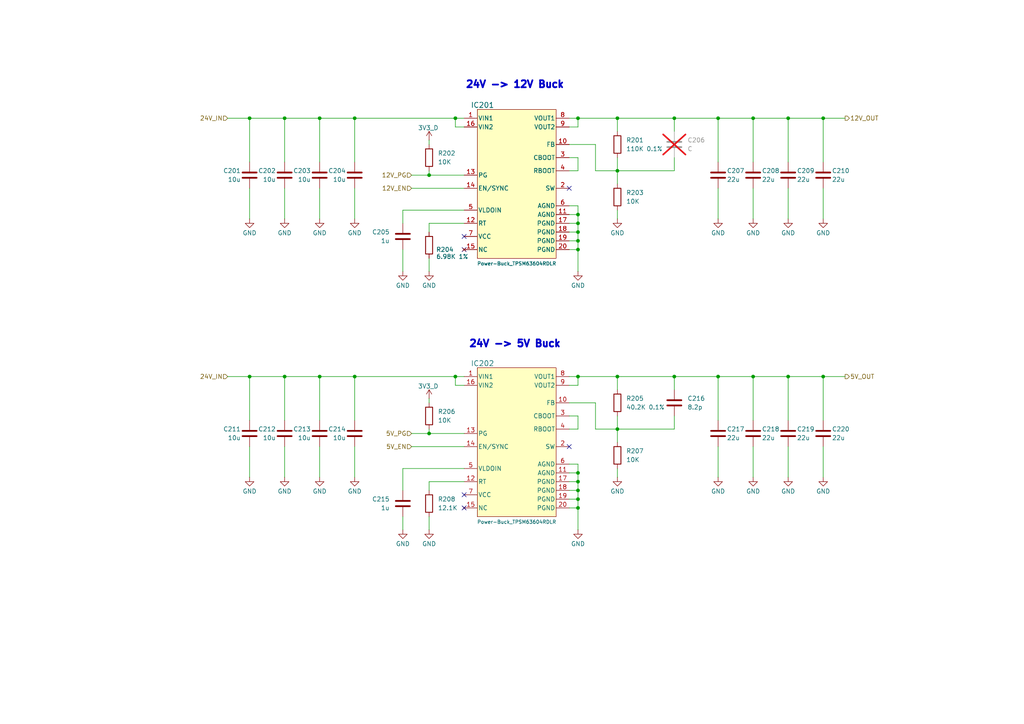
<source format=kicad_sch>
(kicad_sch (version 20231120) (generator "eeschema") (generator_version "8.0")
  (paper "A4")
  (title_block (title "RFE") (date "2024-06-01") (rev "A1") (company "LibreCellular Project - https://librecellular.org/") (comment 1 "Drawn: OK") (comment 2 "Checked: x"))
  (lib_symbols
    (symbol "Device:C" (pin_numbers hide) (pin_names (offset 0.254))
      (property "Reference" "C" (at 0.635 2.54 0))
      (property "Value" "C" (at 0.635 -2.54 0))
      (symbol "C_0_1"
        (polyline (pts (xy -2.032 -0.762) (xy 2.032 -0.762)) (stroke (width 0.508)))
        (polyline (pts (xy -2.032 0.762) (xy 2.032 0.762)) (stroke (width 0.508)))
      )
      (symbol "C_1_1"
        (pin passive line (at 0 3.81 270) (length 2.794) (name "~") (number "1"))
        (pin passive line (at 0 -3.81 90) (length 2.794) (name "~") (number "2"))
      )
    )
    (symbol "Device:R" (pin_numbers hide) (pin_names (offset 0))
      (property "Reference" "R" (at 2.032 0 90))
      (property "Value" "R" (at 0 0 90))
      (symbol "R_0_1"
        (rectangle (start -1.016 -2.54) (end 1.016 2.54) (stroke (width 0.254)))
      )
      (symbol "R_1_1"
        (pin passive line (at 0 3.81 270) (length 1.27) (name "~") (number "1"))
        (pin passive line (at 0 -3.81 90) (length 1.27) (name "~") (number "2"))
      )
    )
    (symbol "LC_RFE:Power-Buck_TPSM63604RDLR" (pin_names (offset 0.254))
      (property "Reference" "IC" (at -10.414 23.622 0))
      (property "Value" "Power-Buck_TPSM63604RDLR" (at -2.032 -23.622 0))
      (symbol "Power-Buck_TPSM63604RDLR_0_1"
        (pin input line (at 15.24 11.43 180) (length 3.81) (name "FB") (number "10"))
        (pin power_out line (at 15.24 -8.89 180) (length 3.81) (name "AGND") (number "11"))
        (pin input line (at -15.24 -11.43 0) (length 3.81) (name "RT") (number "12"))
        (pin output line (at -15.24 2.54 0) (length 3.81) (name "PG") (number "13"))
        (pin input line (at -15.24 -1.27 0) (length 3.81) (name "EN/SYNC") (number "14"))
        (pin no_connect line (at -15.24 -19.05 0) (length 3.81) (name "NC") (number "15"))
        (pin input line (at -15.24 16.51 0) (length 3.81) (name "VIN2") (number "16"))
        (pin power_out line (at 15.24 -11.43 180) (length 3.81) (name "PGND") (number "17"))
        (pin power_out line (at 15.24 -13.97 180) (length 3.81) (name "PGND") (number "18"))
        (pin power_out line (at 15.24 -16.51 180) (length 3.81) (name "PGND") (number "19"))
        (pin output line (at 15.24 -1.27 180) (length 3.81) (name "SW") (number "2"))
        (pin power_out line (at 15.24 -19.05 180) (length 3.81) (name "PGND") (number "20"))
        (pin bidirectional line (at 15.24 7.62 180) (length 3.81) (name "CBOOT") (number "3"))
        (pin bidirectional line (at 15.24 3.81 180) (length 3.81) (name "RBOOT") (number "4"))
        (pin power_in line (at -15.24 -7.62 0) (length 3.81) (name "VLDOIN") (number "5"))
        (pin power_out line (at 15.24 -6.35 180) (length 3.81) (name "AGND") (number "6"))
        (pin power_in line (at -15.24 -15.24 0) (length 3.81) (name "VCC") (number "7"))
        (pin output line (at 15.24 19.05 180) (length 3.81) (name "VOUT1") (number "8"))
        (pin output line (at 15.24 16.51 180) (length 3.81) (name "VOUT2") (number "9"))
      )
      (symbol "Power-Buck_TPSM63604RDLR_1_1"
        (rectangle (start -11.43 21.59) (end 11.43 -21.59) (fill (type background)))
        (pin input line (at -15.24 19.05 0) (length 3.81) (name "VIN1") (number "1"))
      )
    )
    (symbol "power:+3V3" (power) (pin_numbers hide) (pin_names (offset 0) hide)
      (property "Value" "+3V3" (at 0 3.556 0))
      (symbol "+3V3_0_1"
        (polyline (pts (xy -0.762 1.27) (xy 0 2.54)))
        (polyline (pts (xy 0 0) (xy 0 2.54)))
        (polyline (pts (xy 0 2.54) (xy 0.762 1.27)))
      )
      (symbol "+3V3_1_1"
        (pin power_in line (at 0 0 90) (length 0) (name "~") (number "1"))
      )
    )
    (symbol "power:GND" (power) (pin_numbers hide) (pin_names (offset 0) hide)
      (property "Value" "GND" (at 0 -3.81 0))
      (symbol "GND_0_1"
        (polyline (pts (xy 0 0) (xy 0 -1.27) (xy 1.27 -1.27) (xy 0 -2.54) (xy -1.27 -1.27) (xy 0 -1.27)))
      )
      (symbol "GND_1_1"
        (pin power_in line (at 0 0 270) (length 0) (name "~") (number "1"))
      )
    )
  )
  (junction (at 167.64 34.29))
  (junction (at 167.64 109.22))
  (junction (at 167.64 137.16))
  (junction (at 179.07 34.29))
  (junction (at 228.6 34.29))
  (junction (at 124.46 125.73))
  (junction (at 167.64 144.78))
  (junction (at 92.71 34.29))
  (junction (at 208.28 109.22))
  (junction (at 238.76 109.22))
  (junction (at 208.28 34.29))
  (junction (at 132.08 109.22))
  (junction (at 102.87 109.22))
  (junction (at 72.39 109.22))
  (junction (at 167.64 147.32))
  (junction (at 167.64 72.39))
  (junction (at 218.44 34.29))
  (junction (at 92.71 109.22))
  (junction (at 195.58 34.29))
  (junction (at 124.46 50.8))
  (junction (at 167.64 69.85))
  (junction (at 82.55 109.22))
  (junction (at 132.08 34.29))
  (junction (at 167.64 64.77))
  (junction (at 179.07 49.53))
  (junction (at 82.55 34.29))
  (junction (at 228.6 109.22))
  (junction (at 195.58 109.22))
  (junction (at 179.07 124.46))
  (junction (at 102.87 34.29))
  (junction (at 218.44 109.22))
  (junction (at 72.39 34.29))
  (junction (at 167.64 67.31))
  (junction (at 167.64 62.23))
  (junction (at 167.64 142.24))
  (junction (at 179.07 109.22))
  (junction (at 238.76 34.29))
  (junction (at 167.64 139.7))
  (no_connect (at 134.62 143.51))
  (no_connect (at 165.1 54.61))
  (no_connect (at 134.62 72.39))
  (no_connect (at 134.62 68.58))
  (no_connect (at 134.62 147.32))
  (no_connect (at 165.1 129.54))
  (wire (pts (xy 167.64 34.29) (xy 167.64 36.83)))
  (wire (pts (xy 167.64 137.16) (xy 167.64 139.7)))
  (wire (pts (xy 72.39 34.29) (xy 82.55 34.29)))
  (wire (pts (xy 119.38 129.54) (xy 134.62 129.54)))
  (wire (pts (xy 134.62 125.73) (xy 124.46 125.73)))
  (wire (pts (xy 165.1 67.31) (xy 167.64 67.31)))
  (wire (pts (xy 218.44 34.29) (xy 218.44 46.99)))
  (wire (pts (xy 72.39 34.29) (xy 72.39 46.99)))
  (wire (pts (xy 228.6 34.29) (xy 238.76 34.29)))
  (wire (pts (xy 116.84 78.74) (xy 116.84 72.39)))
  (wire (pts (xy 66.04 34.29) (xy 72.39 34.29)))
  (wire (pts (xy 179.07 34.29) (xy 179.07 38.1)))
  (wire (pts (xy 179.07 45.72) (xy 179.07 49.53)))
  (wire (pts (xy 179.07 109.22) (xy 195.58 109.22)))
  (wire (pts (xy 92.71 34.29) (xy 92.71 46.99)))
  (wire (pts (xy 179.07 120.65) (xy 179.07 124.46)))
  (wire (pts (xy 165.1 116.84) (xy 172.72 116.84)))
  (wire (pts (xy 134.62 60.96) (xy 116.84 60.96)))
  (wire (pts (xy 195.58 109.22) (xy 195.58 113.03)))
  (wire (pts (xy 134.62 139.7) (xy 124.46 139.7)))
  (wire (pts (xy 165.1 139.7) (xy 167.64 139.7)))
  (wire (pts (xy 124.46 125.73) (xy 124.46 124.46)))
  (wire (pts (xy 179.07 124.46) (xy 195.58 124.46)))
  (wire (pts (xy 167.64 120.65) (xy 167.64 124.46)))
  (wire (pts (xy 102.87 54.61) (xy 102.87 63.5)))
  (wire (pts (xy 102.87 129.54) (xy 102.87 138.43)))
  (wire (pts (xy 72.39 129.54) (xy 72.39 138.43)))
  (wire (pts (xy 134.62 111.76) (xy 132.08 111.76)))
  (wire (pts (xy 92.71 109.22) (xy 92.71 121.92)))
  (wire (pts (xy 167.64 45.72) (xy 167.64 49.53)))
  (wire (pts (xy 218.44 109.22) (xy 218.44 121.92)))
  (wire (pts (xy 116.84 153.67) (xy 116.84 149.86)))
  (wire (pts (xy 238.76 109.22) (xy 238.76 121.92)))
  (wire (pts (xy 165.1 144.78) (xy 167.64 144.78)))
  (wire (pts (xy 165.1 45.72) (xy 167.64 45.72)))
  (wire (pts (xy 179.07 124.46) (xy 179.07 128.27)))
  (wire (pts (xy 124.46 139.7) (xy 124.46 142.24)))
  (wire (pts (xy 132.08 34.29) (xy 132.08 36.83)))
  (wire (pts (xy 165.1 59.69) (xy 167.64 59.69)))
  (wire (pts (xy 218.44 54.61) (xy 218.44 63.5)))
  (wire (pts (xy 167.64 67.31) (xy 167.64 69.85)))
  (wire (pts (xy 165.1 34.29) (xy 167.64 34.29)))
  (wire (pts (xy 116.84 60.96) (xy 116.84 64.77)))
  (wire (pts (xy 165.1 36.83) (xy 167.64 36.83)))
  (wire (pts (xy 179.07 109.22) (xy 179.07 113.03)))
  (wire (pts (xy 208.28 129.54) (xy 208.28 138.43)))
  (wire (pts (xy 124.46 153.67) (xy 124.46 149.86)))
  (wire (pts (xy 72.39 109.22) (xy 72.39 121.92)))
  (wire (pts (xy 238.76 34.29) (xy 238.76 46.99)))
  (wire (pts (xy 82.55 54.61) (xy 82.55 63.5)))
  (wire (pts (xy 82.55 34.29) (xy 82.55 46.99)))
  (wire (pts (xy 208.28 109.22) (xy 208.28 121.92)))
  (wire (pts (xy 228.6 54.61) (xy 228.6 63.5)))
  (wire (pts (xy 92.71 109.22) (xy 102.87 109.22)))
  (wire (pts (xy 132.08 109.22) (xy 134.62 109.22)))
  (wire (pts (xy 124.46 40.64) (xy 124.46 41.91)))
  (wire (pts (xy 179.07 34.29) (xy 195.58 34.29)))
  (wire (pts (xy 218.44 34.29) (xy 228.6 34.29)))
  (wire (pts (xy 167.64 134.62) (xy 167.64 137.16)))
  (wire (pts (xy 179.07 49.53) (xy 195.58 49.53)))
  (wire (pts (xy 179.07 49.53) (xy 179.07 53.34)))
  (wire (pts (xy 102.87 109.22) (xy 132.08 109.22)))
  (wire (pts (xy 228.6 34.29) (xy 228.6 46.99)))
  (wire (pts (xy 165.1 72.39) (xy 167.64 72.39)))
  (wire (pts (xy 238.76 34.29) (xy 245.11 34.29)))
  (wire (pts (xy 116.84 135.89) (xy 116.84 142.24)))
  (wire (pts (xy 228.6 109.22) (xy 238.76 109.22)))
  (wire (pts (xy 167.64 62.23) (xy 167.64 64.77)))
  (wire (pts (xy 165.1 109.22) (xy 167.64 109.22)))
  (wire (pts (xy 132.08 34.29) (xy 134.62 34.29)))
  (wire (pts (xy 124.46 115.57) (xy 124.46 116.84)))
  (wire (pts (xy 195.58 120.65) (xy 195.58 124.46)))
  (wire (pts (xy 167.64 109.22) (xy 179.07 109.22)))
  (wire (pts (xy 102.87 109.22) (xy 102.87 121.92)))
  (wire (pts (xy 102.87 34.29) (xy 102.87 46.99)))
  (wire (pts (xy 165.1 111.76) (xy 167.64 111.76)))
  (wire (pts (xy 92.71 129.54) (xy 92.71 138.43)))
  (wire (pts (xy 195.58 34.29) (xy 208.28 34.29)))
  (wire (pts (xy 228.6 129.54) (xy 228.6 138.43)))
  (wire (pts (xy 134.62 135.89) (xy 116.84 135.89)))
  (wire (pts (xy 167.64 142.24) (xy 167.64 144.78)))
  (wire (pts (xy 165.1 69.85) (xy 167.64 69.85)))
  (wire (pts (xy 167.64 72.39) (xy 167.64 78.74)))
  (wire (pts (xy 82.55 109.22) (xy 82.55 121.92)))
  (wire (pts (xy 208.28 34.29) (xy 208.28 46.99)))
  (wire (pts (xy 165.1 137.16) (xy 167.64 137.16)))
  (wire (pts (xy 92.71 34.29) (xy 102.87 34.29)))
  (wire (pts (xy 119.38 50.8) (xy 124.46 50.8)))
  (wire (pts (xy 165.1 64.77) (xy 167.64 64.77)))
  (wire (pts (xy 72.39 109.22) (xy 82.55 109.22)))
  (wire (pts (xy 82.55 129.54) (xy 82.55 138.43)))
  (wire (pts (xy 167.64 59.69) (xy 167.64 62.23)))
  (wire (pts (xy 208.28 109.22) (xy 218.44 109.22)))
  (wire (pts (xy 238.76 109.22) (xy 245.11 109.22)))
  (wire (pts (xy 179.07 138.43) (xy 179.07 135.89)))
  (wire (pts (xy 92.71 54.61) (xy 92.71 63.5)))
  (wire (pts (xy 167.64 144.78) (xy 167.64 147.32)))
  (wire (pts (xy 132.08 109.22) (xy 132.08 111.76)))
  (wire (pts (xy 167.64 64.77) (xy 167.64 67.31)))
  (wire (pts (xy 238.76 54.61) (xy 238.76 63.5)))
  (wire (pts (xy 195.58 45.72) (xy 195.58 49.53)))
  (wire (pts (xy 165.1 124.46) (xy 167.64 124.46)))
  (wire (pts (xy 124.46 78.74) (xy 124.46 74.93)))
  (wire (pts (xy 238.76 129.54) (xy 238.76 138.43)))
  (wire (pts (xy 165.1 142.24) (xy 167.64 142.24)))
  (wire (pts (xy 124.46 50.8) (xy 124.46 49.53)))
  (wire (pts (xy 165.1 147.32) (xy 167.64 147.32)))
  (wire (pts (xy 167.64 69.85) (xy 167.64 72.39)))
  (wire (pts (xy 66.04 109.22) (xy 72.39 109.22)))
  (wire (pts (xy 134.62 50.8) (xy 124.46 50.8)))
  (wire (pts (xy 119.38 125.73) (xy 124.46 125.73)))
  (wire (pts (xy 167.64 139.7) (xy 167.64 142.24)))
  (wire (pts (xy 82.55 109.22) (xy 92.71 109.22)))
  (wire (pts (xy 208.28 54.61) (xy 208.28 63.5)))
  (wire (pts (xy 165.1 41.91) (xy 172.72 41.91)))
  (wire (pts (xy 72.39 54.61) (xy 72.39 63.5)))
  (wire (pts (xy 195.58 34.29) (xy 195.58 38.1)))
  (wire (pts (xy 119.38 54.61) (xy 134.62 54.61)))
  (wire (pts (xy 172.72 124.46) (xy 179.07 124.46)))
  (wire (pts (xy 165.1 62.23) (xy 167.64 62.23)))
  (wire (pts (xy 102.87 34.29) (xy 132.08 34.29)))
  (wire (pts (xy 134.62 36.83) (xy 132.08 36.83)))
  (wire (pts (xy 172.72 49.53) (xy 179.07 49.53)))
  (wire (pts (xy 82.55 34.29) (xy 92.71 34.29)))
  (wire (pts (xy 165.1 49.53) (xy 167.64 49.53)))
  (wire (pts (xy 134.62 64.77) (xy 124.46 64.77)))
  (wire (pts (xy 167.64 147.32) (xy 167.64 153.67)))
  (wire (pts (xy 172.72 41.91) (xy 172.72 49.53)))
  (wire (pts (xy 228.6 109.22) (xy 228.6 121.92)))
  (wire (pts (xy 124.46 64.77) (xy 124.46 67.31)))
  (wire (pts (xy 167.64 109.22) (xy 167.64 111.76)))
  (wire (pts (xy 165.1 134.62) (xy 167.64 134.62)))
  (wire (pts (xy 165.1 120.65) (xy 167.64 120.65)))
  (wire (pts (xy 179.07 63.5) (xy 179.07 60.96)))
  (wire (pts (xy 172.72 116.84) (xy 172.72 124.46)))
  (wire (pts (xy 218.44 109.22) (xy 228.6 109.22)))
  (wire (pts (xy 167.64 34.29) (xy 179.07 34.29)))
  (wire (pts (xy 208.28 34.29) (xy 218.44 34.29)))
  (wire (pts (xy 218.44 129.54) (xy 218.44 138.43)))
  (wire (pts (xy 195.58 109.22) (xy 208.28 109.22)))
  (text "24V -> 5V Buck" (at 149.352 99.822 0) (effects (font (size 2.032 2.032) (thickness 1.524) (bold yes))))
  (text "24V -> 12V Buck" (at 149.352 24.638 0) (effects (font (size 2.032 2.032) (thickness 1.524) (bold yes))))
  (hierarchical_label "24V_IN" (shape input) (at 66.04 34.29 180))
  (hierarchical_label "5V_PG" (shape input) (at 119.38 125.73 180))
  (hierarchical_label "12V_OUT" (shape output) (at 245.11 34.29 0))
  (hierarchical_label "5V_EN" (shape input) (at 119.38 129.54 180))
  (hierarchical_label "5V_OUT" (shape output) (at 245.11 109.22 0))
  (hierarchical_label "24V_IN" (shape input) (at 66.04 109.22 180))
  (hierarchical_label "12V_PG" (shape input) (at 119.38 50.8 180))
  (hierarchical_label "12V_EN" (shape input) (at 119.38 54.61 180))
  (symbol (lib_id "power:GND") (at 179.07 138.43 0) (unit 1)
    (property "Reference" "#PWR0219" (effects (hide yes)))
    (property "Value" "GND" (at 179.07 142.494 0))
    (property "Description" "Power symbol creates a global label with name \"GND\" , ground" (effects (hide yes)))
  )
  (symbol (lib_id "LC_RFE:Power-Buck_TPSM63604RDLR") (at 149.86 53.34 0) (unit 1)
    (property "Reference" "IC201" (at 139.954 30.48 0) (effects (font (size 1.524 1.524))))
    (property "Value" "Power-Buck_TPSM63604RDLR" (at 149.86 76.454 0) (effects (font (size 1.016 1.016))))
    (property "Footprint" "LC_RFE:B3QFN-20(5.0x5.5)-RDL0020A" (effects (hide yes)))
    (property "Datasheet" "TPSM63604RDLR" (effects (hide yes)))
    (property "JLCASSY" "C5219289" (effects (hide yes)))
  )
  (symbol (lib_id "Device:C") (at 218.44 50.8 0) (mirror y) (unit 1)
    (property "Reference" "C208" (at 220.98 49.53 0) (effects (justify right)))
    (property "Value" "22u" (at 220.98 52.07 0) (effects (justify right)))
    (property "Footprint" "Capacitor_SMD:C_1206_3216Metric" (effects (hide yes)))
    (property "Description" "Unpolarized capacitor" (effects (hide yes)))
    (property "JLCASSY" "C478862" (effects (hide yes)))
  )
  (symbol (lib_id "Device:C") (at 82.55 125.73 0) (unit 1)
    (property "Reference" "C212" (at 80.01 124.46 0) (effects (justify right)))
    (property "Value" "10u" (at 80.01 127 0) (effects (justify right)))
    (property "Footprint" "Capacitor_SMD:C_1210_3225Metric" (effects (hide yes)))
    (property "Description" "Unpolarized capacitor" (effects (hide yes)))
    (property "JLCASSY" "C597578" (effects (hide yes)))
  )
  (symbol (lib_id "Device:C") (at 72.39 50.8 0) (unit 1)
    (property "Reference" "C201" (at 69.85 49.53 0) (effects (justify right)))
    (property "Value" "10u" (at 69.85 52.07 0) (effects (justify right)))
    (property "Footprint" "Capacitor_SMD:C_1210_3225Metric" (effects (hide yes)))
    (property "Description" "Unpolarized capacitor" (effects (hide yes)))
    (property "JLCASSY" "C597578" (effects (hide yes)))
  )
  (symbol (lib_id "Device:C") (at 72.39 125.73 0) (unit 1)
    (property "Reference" "C211" (at 69.85 124.46 0) (effects (justify right)))
    (property "Value" "10u" (at 69.85 127 0) (effects (justify right)))
    (property "Footprint" "Capacitor_SMD:C_1210_3225Metric" (effects (hide yes)))
    (property "Description" "Unpolarized capacitor" (effects (hide yes)))
    (property "JLCASSY" "C597578" (effects (hide yes)))
  )
  (symbol (lib_id "power:GND") (at 124.46 153.67 0) (unit 1)
    (property "Reference" "#PWR0225" (effects (hide yes)))
    (property "Value" "GND" (at 124.46 157.734 0))
    (property "Description" "Power symbol creates a global label with name \"GND\" , ground" (effects (hide yes)))
  )
  (symbol (lib_id "power:GND") (at 82.55 138.43 0) (unit 1)
    (property "Reference" "#PWR0216" (effects (hide yes)))
    (property "Value" "GND" (at 82.55 142.494 0))
    (property "Description" "Power symbol creates a global label with name \"GND\" , ground" (effects (hide yes)))
  )
  (symbol (lib_id "Device:C") (at 82.55 50.8 0) (unit 1)
    (property "Reference" "C202" (at 80.01 49.53 0) (effects (justify right)))
    (property "Value" "10u" (at 80.01 52.07 0) (effects (justify right)))
    (property "Footprint" "Capacitor_SMD:C_1210_3225Metric" (effects (hide yes)))
    (property "Description" "Unpolarized capacitor" (effects (hide yes)))
    (property "JLCASSY" "C597578" (effects (hide yes)))
  )
  (symbol (lib_id "Device:C") (at 195.58 41.91 0) (mirror y) (unit 1) (dnp yes)
    (property "Reference" "C206" (at 199.39 40.6399 0) (effects (justify right)))
    (property "Value" "C" (at 199.39 43.1799 0) (effects (justify right)))
    (property "Footprint" "Capacitor_SMD:C_0402_1005Metric" (effects (hide yes)))
    (property "Description" "Unpolarized capacitor" (effects (hide yes)))
  )
  (symbol (lib_id "Device:R") (at 179.07 132.08 0) (unit 1)
    (property "Reference" "R207" (at 181.61 130.8099 0) (effects (justify left)))
    (property "Value" "10K" (at 181.61 133.3499 0) (effects (justify left)))
    (property "Footprint" "Resistor_SMD:R_0402_1005Metric" (effects (hide yes)))
    (property "Description" "Resistor" (effects (hide yes)))
    (property "JLCASSY" "C2902636" (effects (hide yes)))
  )
  (symbol (lib_id "power:+3V3") (at 124.46 115.57 0) (unit 1)
    (property "Reference" "#PWR0214" (effects (hide yes)))
    (property "Value" "3V3_D" (at 124.206 112.014 0))
    (property "Description" "Power symbol creates a global label with name \"+3V3\"" (effects (hide yes)))
  )
  (symbol (lib_id "Device:C") (at 218.44 125.73 0) (mirror y) (unit 1)
    (property "Reference" "C218" (at 220.98 124.46 0) (effects (justify right)))
    (property "Value" "22u" (at 220.98 127 0) (effects (justify right)))
    (property "Footprint" "Capacitor_SMD:C_1206_3216Metric" (effects (hide yes)))
    (property "Description" "Unpolarized capacitor" (effects (hide yes)))
    (property "JLCASSY" "C478862" (effects (hide yes)))
  )
  (symbol (lib_id "power:GND") (at 167.64 78.74 0) (unit 1)
    (property "Reference" "#PWR0213" (effects (hide yes)))
    (property "Value" "GND" (at 167.64 82.804 0))
    (property "Description" "Power symbol creates a global label with name \"GND\" , ground" (effects (hide yes)))
  )
  (symbol (lib_id "power:+3V3") (at 124.46 40.64 0) (unit 1)
    (property "Reference" "#PWR0201" (effects (hide yes)))
    (property "Value" "3V3_D" (at 124.206 37.084 0))
    (property "Description" "Power symbol creates a global label with name \"+3V3\"" (effects (hide yes)))
  )
  (symbol (lib_id "Device:R") (at 124.46 71.12 0) (unit 1)
    (property "Reference" "R204" (at 126.492 72.39 0) (effects (justify left)))
    (property "Value" "6.98K 1%" (at 126.492 74.422 0) (effects (justify left)))
    (property "Footprint" "Resistor_SMD:R_0402_1005Metric" (effects (hide yes)))
    (property "Description" "Resistor" (effects (hide yes)))
    (property "JLCASSY" "C47500" (effects (hide yes)))
  )
  (symbol (lib_id "Device:C") (at 116.84 146.05 0) (unit 1)
    (property "Reference" "C215" (at 113.03 144.7799 0) (effects (justify right)))
    (property "Value" "1u" (at 113.03 147.3199 0) (effects (justify right)))
    (property "Footprint" "Capacitor_SMD:C_0603_1608Metric" (effects (hide yes)))
    (property "Description" "Unpolarized capacitor" (effects (hide yes)))
    (property "JLCASSY" "C519560" (effects (hide yes)))
  )
  (symbol (lib_id "power:GND") (at 218.44 138.43 0) (unit 1)
    (property "Reference" "#PWR0221" (effects (hide yes)))
    (property "Value" "GND" (at 218.44 142.494 0))
    (property "Description" "Power symbol creates a global label with name \"GND\" , ground" (effects (hide yes)))
  )
  (symbol (lib_id "power:GND") (at 208.28 63.5 0) (unit 1)
    (property "Reference" "#PWR0207" (effects (hide yes)))
    (property "Value" "GND" (at 208.28 67.564 0))
    (property "Description" "Power symbol creates a global label with name \"GND\" , ground" (effects (hide yes)))
  )
  (symbol (lib_id "Device:R") (at 179.07 116.84 0) (unit 1)
    (property "Reference" "R205" (at 181.61 115.5699 0) (effects (justify left)))
    (property "Value" "40.2K 0.1%" (at 181.61 118.1099 0) (effects (justify left)))
    (property "Footprint" "Resistor_SMD:R_0402_1005Metric" (effects (hide yes)))
    (property "Description" "Resistor" (effects (hide yes)))
    (property "JLCASSY" "C852775" (effects (hide yes)))
  )
  (symbol (lib_id "power:GND") (at 238.76 63.5 0) (unit 1)
    (property "Reference" "#PWR0210" (effects (hide yes)))
    (property "Value" "GND" (at 238.76 67.564 0))
    (property "Description" "Power symbol creates a global label with name \"GND\" , ground" (effects (hide yes)))
  )
  (symbol (lib_id "Device:C") (at 92.71 125.73 0) (unit 1)
    (property "Reference" "C213" (at 90.17 124.46 0) (effects (justify right)))
    (property "Value" "10u" (at 90.17 127 0) (effects (justify right)))
    (property "Footprint" "Capacitor_SMD:C_1210_3225Metric" (effects (hide yes)))
    (property "Description" "Unpolarized capacitor" (effects (hide yes)))
    (property "JLCASSY" "C597578" (effects (hide yes)))
  )
  (symbol (lib_id "power:GND") (at 72.39 63.5 0) (unit 1)
    (property "Reference" "#PWR0202" (effects (hide yes)))
    (property "Value" "GND" (at 72.39 67.564 0))
    (property "Description" "Power symbol creates a global label with name \"GND\" , ground" (effects (hide yes)))
  )
  (symbol (lib_id "power:GND") (at 82.55 63.5 0) (unit 1)
    (property "Reference" "#PWR0203" (effects (hide yes)))
    (property "Value" "GND" (at 82.55 67.564 0))
    (property "Description" "Power symbol creates a global label with name \"GND\" , ground" (effects (hide yes)))
  )
  (symbol (lib_id "Device:R") (at 124.46 146.05 0) (unit 1)
    (property "Reference" "R208" (at 127 144.7799 0) (effects (justify left)))
    (property "Value" "12.1K" (at 127 147.3199 0) (effects (justify left)))
    (property "Footprint" "Resistor_SMD:R_0402_1005Metric" (effects (hide yes)))
    (property "Description" "Resistor" (effects (hide yes)))
    (property "JLCASSY" "C281773" (effects (hide yes)))
  )
  (symbol (lib_id "power:GND") (at 228.6 63.5 0) (unit 1)
    (property "Reference" "#PWR0209" (effects (hide yes)))
    (property "Value" "GND" (at 228.6 67.564 0))
    (property "Description" "Power symbol creates a global label with name \"GND\" , ground" (effects (hide yes)))
  )
  (symbol (lib_id "Device:C") (at 102.87 50.8 0) (unit 1)
    (property "Reference" "C204" (at 100.33 49.53 0) (effects (justify right)))
    (property "Value" "10u" (at 100.33 52.07 0) (effects (justify right)))
    (property "Footprint" "Capacitor_SMD:C_1210_3225Metric" (effects (hide yes)))
    (property "Description" "Unpolarized capacitor" (effects (hide yes)))
    (property "JLCASSY" "C597578" (effects (hide yes)))
  )
  (symbol (lib_id "Device:C") (at 102.87 125.73 0) (unit 1)
    (property "Reference" "C214" (at 100.33 124.46 0) (effects (justify right)))
    (property "Value" "10u" (at 100.33 127 0) (effects (justify right)))
    (property "Footprint" "Capacitor_SMD:C_1210_3225Metric" (effects (hide yes)))
    (property "Description" "Unpolarized capacitor" (effects (hide yes)))
    (property "JLCASSY" "C597578" (effects (hide yes)))
  )
  (symbol (lib_id "Device:R") (at 124.46 120.65 0) (unit 1)
    (property "Reference" "R206" (at 127 119.3799 0) (effects (justify left)))
    (property "Value" "10K" (at 127 121.9199 0) (effects (justify left)))
    (property "Footprint" "Resistor_SMD:R_0402_1005Metric" (effects (hide yes)))
    (property "Description" "Resistor" (effects (hide yes)))
    (property "JLCASSY" "C2902636" (effects (hide yes)))
  )
  (symbol (lib_id "Device:C") (at 116.84 68.58 0) (unit 1)
    (property "Reference" "C205" (at 113.03 67.3099 0) (effects (justify right)))
    (property "Value" "1u" (at 113.03 69.8499 0) (effects (justify right)))
    (property "Footprint" "Capacitor_SMD:C_0603_1608Metric" (effects (hide yes)))
    (property "Description" "Unpolarized capacitor" (effects (hide yes)))
    (property "JLCASSY" "C519560" (effects (hide yes)))
  )
  (symbol (lib_id "Device:R") (at 179.07 57.15 0) (unit 1)
    (property "Reference" "R203" (at 181.61 55.8799 0) (effects (justify left)))
    (property "Value" "10K" (at 181.61 58.4199 0) (effects (justify left)))
    (property "Footprint" "Resistor_SMD:R_0402_1005Metric" (effects (hide yes)))
    (property "Description" "Resistor" (effects (hide yes)))
    (property "JLCASSY" "C2902636" (effects (hide yes)))
  )
  (symbol (lib_id "Device:C") (at 208.28 125.73 0) (mirror y) (unit 1)
    (property "Reference" "C217" (at 210.82 124.46 0) (effects (justify right)))
    (property "Value" "22u" (at 210.82 127 0) (effects (justify right)))
    (property "Footprint" "Capacitor_SMD:C_1206_3216Metric" (effects (hide yes)))
    (property "Description" "Unpolarized capacitor" (effects (hide yes)))
    (property "JLCASSY" "C478862" (effects (hide yes)))
  )
  (symbol (lib_id "Device:C") (at 195.58 116.84 0) (mirror y) (unit 1)
    (property "Reference" "C216" (at 199.39 115.5699 0) (effects (justify right)))
    (property "Value" "8.2p" (at 199.39 118.1099 0) (effects (justify right)))
    (property "Footprint" "Capacitor_SMD:C_0402_1005Metric" (effects (hide yes)))
    (property "Description" "Unpolarized capacitor" (effects (hide yes)))
    (property "JLCASSY" "C1579" (effects (hide yes)))
  )
  (symbol (lib_id "Device:R") (at 124.46 45.72 0) (unit 1)
    (property "Reference" "R202" (at 127 44.4499 0) (effects (justify left)))
    (property "Value" "10K" (at 127 46.9899 0) (effects (justify left)))
    (property "Footprint" "Resistor_SMD:R_0402_1005Metric" (effects (hide yes)))
    (property "Description" "Resistor" (effects (hide yes)))
    (property "JLCASSY" "C2902636" (effects (hide yes)))
  )
  (symbol (lib_id "power:GND") (at 72.39 138.43 0) (unit 1)
    (property "Reference" "#PWR0215" (effects (hide yes)))
    (property "Value" "GND" (at 72.39 142.494 0))
    (property "Description" "Power symbol creates a global label with name \"GND\" , ground" (effects (hide yes)))
  )
  (symbol (lib_id "power:GND") (at 116.84 78.74 0) (unit 1)
    (property "Reference" "#PWR0211" (effects (hide yes)))
    (property "Value" "GND" (at 116.84 82.804 0))
    (property "Description" "Power symbol creates a global label with name \"GND\" , ground" (effects (hide yes)))
  )
  (symbol (lib_id "Device:C") (at 238.76 125.73 0) (mirror y) (unit 1)
    (property "Reference" "C220" (at 241.3 124.46 0) (effects (justify right)))
    (property "Value" "22u" (at 241.3 127 0) (effects (justify right)))
    (property "Footprint" "Capacitor_SMD:C_1206_3216Metric" (effects (hide yes)))
    (property "Description" "Unpolarized capacitor" (effects (hide yes)))
    (property "JLCASSY" "C478862" (effects (hide yes)))
  )
  (symbol (lib_id "Device:R") (at 179.07 41.91 0) (unit 1)
    (property "Reference" "R201" (at 181.61 40.6399 0) (effects (justify left)))
    (property "Value" "110K 0.1%" (at 181.61 43.1799 0) (effects (justify left)))
    (property "Footprint" "Resistor_SMD:R_0402_1005Metric" (effects (hide yes)))
    (property "Description" "Resistor" (effects (hide yes)))
    (property "JLCASSY" "C517659" (effects (hide yes)))
  )
  (symbol (lib_id "Device:C") (at 208.28 50.8 0) (mirror y) (unit 1)
    (property "Reference" "C207" (at 210.82 49.53 0) (effects (justify right)))
    (property "Value" "22u" (at 210.82 52.07 0) (effects (justify right)))
    (property "Footprint" "Capacitor_SMD:C_1206_3216Metric" (effects (hide yes)))
    (property "Description" "Unpolarized capacitor" (effects (hide yes)))
    (property "JLCASSY" "C478862" (effects (hide yes)))
  )
  (symbol (lib_id "Device:C") (at 238.76 50.8 0) (mirror y) (unit 1)
    (property "Reference" "C210" (at 241.3 49.53 0) (effects (justify right)))
    (property "Value" "22u" (at 241.3 52.07 0) (effects (justify right)))
    (property "Footprint" "Capacitor_SMD:C_1206_3216Metric" (effects (hide yes)))
    (property "Description" "Unpolarized capacitor" (effects (hide yes)))
    (property "JLCASSY" "C478862" (effects (hide yes)))
  )
  (symbol (lib_id "power:GND") (at 116.84 153.67 0) (unit 1)
    (property "Reference" "#PWR0224" (effects (hide yes)))
    (property "Value" "GND" (at 116.84 157.734 0))
    (property "Description" "Power symbol creates a global label with name \"GND\" , ground" (effects (hide yes)))
  )
  (symbol (lib_id "power:GND") (at 102.87 138.43 0) (unit 1)
    (property "Reference" "#PWR0218" (effects (hide yes)))
    (property "Value" "GND" (at 102.87 142.494 0))
    (property "Description" "Power symbol creates a global label with name \"GND\" , ground" (effects (hide yes)))
  )
  (symbol (lib_id "power:GND") (at 167.64 153.67 0) (unit 1)
    (property "Reference" "#PWR0226" (effects (hide yes)))
    (property "Value" "GND" (at 167.64 157.734 0))
    (property "Description" "Power symbol creates a global label with name \"GND\" , ground" (effects (hide yes)))
  )
  (symbol (lib_id "power:GND") (at 124.46 78.74 0) (unit 1)
    (property "Reference" "#PWR0212" (effects (hide yes)))
    (property "Value" "GND" (at 124.46 82.804 0))
    (property "Description" "Power symbol creates a global label with name \"GND\" , ground" (effects (hide yes)))
  )
  (symbol (lib_id "LC_RFE:Power-Buck_TPSM63604RDLR") (at 149.86 128.27 0) (unit 1)
    (property "Reference" "IC202" (at 139.954 105.41 0) (effects (font (size 1.524 1.524))))
    (property "Value" "Power-Buck_TPSM63604RDLR" (at 149.86 151.384 0) (effects (font (size 1.016 1.016))))
    (property "Footprint" "LC_RFE:B3QFN-20(5.0x5.5)-RDL0020A" (effects (hide yes)))
    (property "Datasheet" "TPSM63604RDLR" (effects (hide yes)))
    (property "JLCASSY" "C5219289" (effects (hide yes)))
  )
  (symbol (lib_id "power:GND") (at 238.76 138.43 0) (unit 1)
    (property "Reference" "#PWR0223" (effects (hide yes)))
    (property "Value" "GND" (at 238.76 142.494 0))
    (property "Description" "Power symbol creates a global label with name \"GND\" , ground" (effects (hide yes)))
  )
  (symbol (lib_id "power:GND") (at 102.87 63.5 0) (unit 1)
    (property "Reference" "#PWR0205" (effects (hide yes)))
    (property "Value" "GND" (at 102.87 67.564 0))
    (property "Description" "Power symbol creates a global label with name \"GND\" , ground" (effects (hide yes)))
  )
  (symbol (lib_id "power:GND") (at 228.6 138.43 0) (unit 1)
    (property "Reference" "#PWR0222" (effects (hide yes)))
    (property "Value" "GND" (at 228.6 142.494 0))
    (property "Description" "Power symbol creates a global label with name \"GND\" , ground" (effects (hide yes)))
  )
  (symbol (lib_id "power:GND") (at 208.28 138.43 0) (unit 1)
    (property "Reference" "#PWR0220" (effects (hide yes)))
    (property "Value" "GND" (at 208.28 142.494 0))
    (property "Description" "Power symbol creates a global label with name \"GND\" , ground" (effects (hide yes)))
  )
  (symbol (lib_id "power:GND") (at 92.71 138.43 0) (unit 1)
    (property "Reference" "#PWR0217" (effects (hide yes)))
    (property "Value" "GND" (at 92.71 142.494 0))
    (property "Description" "Power symbol creates a global label with name \"GND\" , ground" (effects (hide yes)))
  )
  (symbol (lib_id "Device:C") (at 228.6 125.73 0) (mirror y) (unit 1)
    (property "Reference" "C219" (at 231.14 124.46 0) (effects (justify right)))
    (property "Value" "22u" (at 231.14 127 0) (effects (justify right)))
    (property "Footprint" "Capacitor_SMD:C_1206_3216Metric" (effects (hide yes)))
    (property "Description" "Unpolarized capacitor" (effects (hide yes)))
    (property "JLCASSY" "C478862" (effects (hide yes)))
  )
  (symbol (lib_id "power:GND") (at 179.07 63.5 0) (unit 1)
    (property "Reference" "#PWR0206" (effects (hide yes)))
    (property "Value" "GND" (at 179.07 67.564 0))
    (property "Description" "Power symbol creates a global label with name \"GND\" , ground" (effects (hide yes)))
  )
  (symbol (lib_id "power:GND") (at 218.44 63.5 0) (unit 1)
    (property "Reference" "#PWR0208" (effects (hide yes)))
    (property "Value" "GND" (at 218.44 67.564 0))
    (property "Description" "Power symbol creates a global label with name \"GND\" , ground" (effects (hide yes)))
  )
  (symbol (lib_id "power:GND") (at 92.71 63.5 0) (unit 1)
    (property "Reference" "#PWR0204" (effects (hide yes)))
    (property "Value" "GND" (at 92.71 67.564 0))
    (property "Description" "Power symbol creates a global label with name \"GND\" , ground" (effects (hide yes)))
  )
  (symbol (lib_id "Device:C") (at 92.71 50.8 0) (unit 1)
    (property "Reference" "C203" (at 90.17 49.53 0) (effects (justify right)))
    (property "Value" "10u" (at 90.17 52.07 0) (effects (justify right)))
    (property "Footprint" "Capacitor_SMD:C_1210_3225Metric" (effects (hide yes)))
    (property "Description" "Unpolarized capacitor" (effects (hide yes)))
    (property "JLCASSY" "C597578" (effects (hide yes)))
  )
  (symbol (lib_id "Device:C") (at 228.6 50.8 0) (mirror y) (unit 1)
    (property "Reference" "C209" (at 231.14 49.53 0) (effects (justify right)))
    (property "Value" "22u" (at 231.14 52.07 0) (effects (justify right)))
    (property "Footprint" "Capacitor_SMD:C_1206_3216Metric" (effects (hide yes)))
    (property "Description" "Unpolarized capacitor" (effects (hide yes)))
    (property "JLCASSY" "C478862" (effects (hide yes)))
  )
)
</source>
